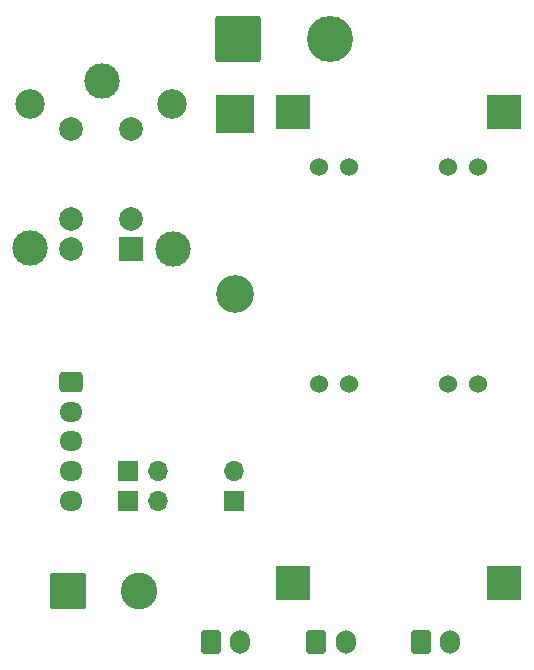
<source format=gbr>
%TF.GenerationSoftware,KiCad,Pcbnew,7.0.1*%
%TF.CreationDate,2023-03-25T18:58:35+09:00*%
%TF.ProjectId,rasp_power_module,72617370-5f70-46f7-9765-725f6d6f6475,3*%
%TF.SameCoordinates,PX74269e8PY6f4e628*%
%TF.FileFunction,Soldermask,Bot*%
%TF.FilePolarity,Negative*%
%FSLAX46Y46*%
G04 Gerber Fmt 4.6, Leading zero omitted, Abs format (unit mm)*
G04 Created by KiCad (PCBNEW 7.0.1) date 2023-03-25 18:58:35*
%MOMM*%
%LPD*%
G01*
G04 APERTURE LIST*
G04 Aperture macros list*
%AMRoundRect*
0 Rectangle with rounded corners*
0 $1 Rounding radius*
0 $2 $3 $4 $5 $6 $7 $8 $9 X,Y pos of 4 corners*
0 Add a 4 corners polygon primitive as box body*
4,1,4,$2,$3,$4,$5,$6,$7,$8,$9,$2,$3,0*
0 Add four circle primitives for the rounded corners*
1,1,$1+$1,$2,$3*
1,1,$1+$1,$4,$5*
1,1,$1+$1,$6,$7*
1,1,$1+$1,$8,$9*
0 Add four rect primitives between the rounded corners*
20,1,$1+$1,$2,$3,$4,$5,0*
20,1,$1+$1,$4,$5,$6,$7,0*
20,1,$1+$1,$6,$7,$8,$9,0*
20,1,$1+$1,$8,$9,$2,$3,0*%
G04 Aperture macros list end*
%ADD10C,1.524000*%
%ADD11R,3.000000X3.000000*%
%ADD12R,1.700000X1.700000*%
%ADD13O,1.700000X1.700000*%
%ADD14RoundRect,0.249999X-1.300001X-1.300001X1.300001X-1.300001X1.300001X1.300001X-1.300001X1.300001X0*%
%ADD15C,3.100000*%
%ADD16R,3.200000X3.200000*%
%ADD17O,3.200000X3.200000*%
%ADD18R,2.000000X2.000000*%
%ADD19C,2.000000*%
%ADD20RoundRect,0.250000X-0.600000X-0.750000X0.600000X-0.750000X0.600000X0.750000X-0.600000X0.750000X0*%
%ADD21O,1.700000X2.000000*%
%ADD22RoundRect,0.250002X-1.699998X-1.699998X1.699998X-1.699998X1.699998X1.699998X-1.699998X1.699998X0*%
%ADD23C,3.900000*%
%ADD24C,3.000000*%
%ADD25C,2.500000*%
%ADD26RoundRect,0.250000X-0.725000X0.600000X-0.725000X-0.600000X0.725000X-0.600000X0.725000X0.600000X0*%
%ADD27O,1.950000X1.700000*%
G04 APERTURE END LIST*
D10*
%TO.C,DCDC1*%
X37316000Y26028000D03*
X39856000Y26028000D03*
X26456000Y26028000D03*
X28996000Y26028000D03*
X37316000Y44428000D03*
X39856000Y44428000D03*
X26456000Y44428000D03*
X28996000Y44428000D03*
%TD*%
D11*
%TO.C,DCDC2*%
X42074728Y49064717D03*
X24221890Y49055988D03*
X42069444Y9216627D03*
X24231217Y9207065D03*
%TD*%
D12*
%TO.C,JP1*%
X10287000Y18669000D03*
D13*
X12827000Y18669000D03*
%TD*%
D14*
%TO.C,J5*%
X5207000Y8559800D03*
D15*
X11207000Y8559800D03*
%TD*%
D16*
%TO.C,D2*%
X19329400Y48895000D03*
D17*
X19329400Y33655000D03*
%TD*%
D12*
%TO.C,J3*%
X19227800Y16129000D03*
D13*
X19227800Y18669000D03*
%TD*%
D18*
%TO.C,K1*%
X10541000Y37515800D03*
D19*
X10541000Y40055800D03*
X10541000Y47675800D03*
X5461000Y47675800D03*
X5461000Y40055800D03*
X5461000Y37515800D03*
%TD*%
D20*
%TO.C,J7*%
X17272000Y4191000D03*
D21*
X19772000Y4191000D03*
%TD*%
D22*
%TO.C,J1*%
X19595000Y55245000D03*
D23*
X27395000Y55245000D03*
%TD*%
D20*
%TO.C,J9*%
X35052000Y4191000D03*
D21*
X37552000Y4191000D03*
%TD*%
D20*
%TO.C,J8*%
X26182000Y4191000D03*
D21*
X28682000Y4191000D03*
%TD*%
D12*
%TO.C,JP2*%
X10287000Y16129000D03*
D13*
X12827000Y16129000D03*
%TD*%
D24*
%TO.C,K2*%
X8051800Y51689000D03*
D25*
X2001800Y49739000D03*
D24*
X2001800Y37539000D03*
X14051800Y37489000D03*
D25*
X14001800Y49739000D03*
%TD*%
D26*
%TO.C,J2*%
X5461000Y26187400D03*
D27*
X5461000Y23687400D03*
X5461000Y21187400D03*
X5461000Y18687400D03*
X5461000Y16187400D03*
%TD*%
M02*

</source>
